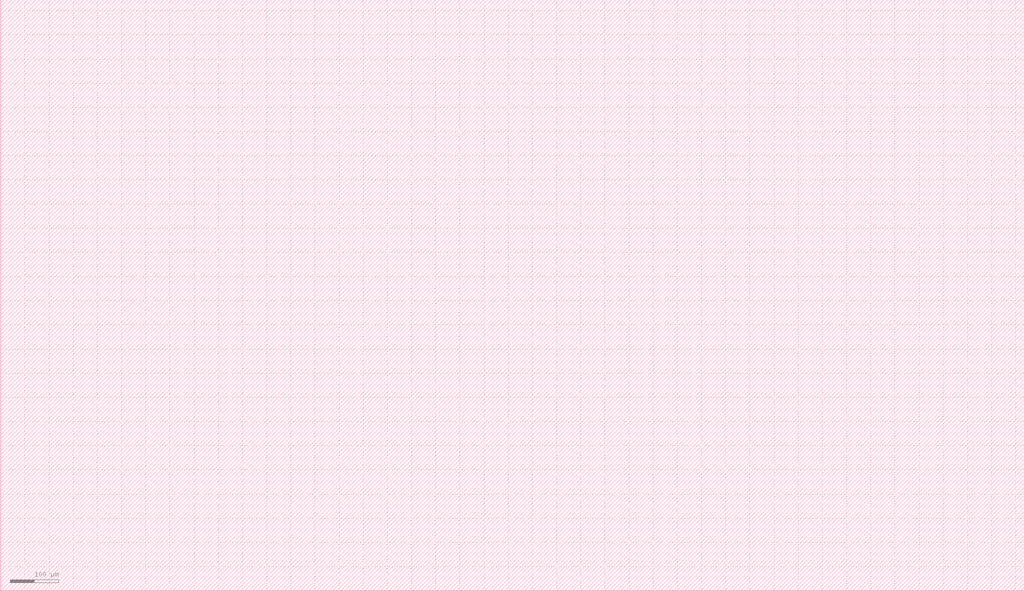
<source format=lef>
MACRO block_414x1962_350
   SIZE 157.32 BY 372.78 ;
END block_414x1962_350

MACRO block_341x369_76
   SIZE 129.58 BY 70.11 ;
END block_341x369_76

MACRO block_671x702_95
   SIZE 254.98 BY 133.38 ;
END block_671x702_95

MACRO block_197x171_32
   SIZE 74.86 BY 32.49 ;
END block_197x171_32

MACRO block_189x891_64
   SIZE 71.82 BY 169.29 ;
END block_189x891_64

MACRO block_189x414_32
   SIZE 71.82 BY 78.66 ;
END block_189x414_32

MACRO block_533x5436_977
   SIZE 202.54 BY 1032.84 ;
END block_533x5436_977

MACRO block_416x441_106
   SIZE 158.08 BY 83.79 ;
END block_416x441_106

MACRO block_5572x6435_643
   SIZE 2117.36 BY 1222.65 ;
END block_5572x6435_643

MACRO block_646x2664_73
   SIZE 245.48 BY 506.16 ;
END block_646x2664_73

MACRO block_3700x6435_640
   SIZE 1406.0 BY 1222.65 ;
END block_3700x6435_640

MACRO block_646x2664_74
   SIZE 245.48 BY 506.16 ;
END block_646x2664_74

MACRO block_2456x4212_423
   SIZE 933.28 BY 800.28 ;
END block_2456x4212_423

MACRO block_416x441_112
   SIZE 158.08 BY 83.79 ;
END block_416x441_112

MACRO block_414x2160_386
   SIZE 157.32 BY 410.4 ;
END block_414x2160_386

MACRO block_414x2160_386_1
   SIZE 157.32 BY 410.4 ;
END block_414x2160_386_1

MACRO block_1338x2592_114
   SIZE 508.44 BY 492.48 ;
END block_1338x2592_114

MACRO block_341x369_82
   SIZE 129.58 BY 70.11 ;
END block_341x369_82

MACRO block_779x2592_111
   SIZE 296.02 BY 492.48 ;
END block_779x2592_111

MACRO block_341x369_80
   SIZE 129.58 BY 70.11 ;
END block_341x369_80

MACRO block_535x648_127
   SIZE 203.3 BY 123.12 ;
END block_535x648_127

MACRO block_197x180_32
   SIZE 74.86 BY 34.2 ;
END block_197x180_32

MACRO block_535x648_127_1
   SIZE 203.3 BY 123.12 ;
END block_535x648_127_1

MACRO block_2305x2763_1381
   SIZE 875.9 BY 524.97 ;
END block_2305x2763_1381

MACRO block_336x333_86
   SIZE 127.68 BY 63.27 ;
END block_336x333_86

MACRO block_644x675_97
   SIZE 244.72 BY 128.25 ;
END block_644x675_97

MACRO block_607x549_108
   SIZE 230.66 BY 104.31 ;
END block_607x549_108

MACRO block_607x549_108_1
   SIZE 230.66 BY 104.31 ;
END block_607x549_108_1

MACRO block_535x549_99
   SIZE 203.3 BY 104.31 ;
END block_535x549_99

MACRO block_546x684_108
   SIZE 207.48 BY 129.96 ;
END block_546x684_108

MACRO block_575x315_26
   SIZE 218.5 BY 59.85 ;
END block_575x315_26

MACRO block_96x2439_162
   SIZE 36.48 BY 463.41 ;
END block_96x2439_162

MACRO block_96x1980_132
   SIZE 36.48 BY 376.2 ;
END block_96x1980_132

MACRO block_1338x3105_126
   SIZE 508.44 BY 589.95 ;
END block_1338x3105_126

MACRO block_341x360_82
   SIZE 129.58 BY 68.4 ;
END block_341x360_82

MACRO block_1338x1728_121
   SIZE 508.44 BY 328.32 ;
END block_1338x1728_121

MACRO block_341x369_78
   SIZE 129.58 BY 70.11 ;
END block_341x369_78

MACRO block_535x702_148
   SIZE 203.3 BY 133.38 ;
END block_535x702_148

MACRO block_535x693_148
   SIZE 203.3 BY 131.67 ;
END block_535x693_148

MACRO block_197x180_31
   SIZE 74.86 BY 34.2 ;
END block_197x180_31

MACRO block_2456x2844_180
   SIZE 933.28 BY 540.36 ;
END block_2456x2844_180

MACRO block_341x369_84
   SIZE 129.58 BY 70.11 ;
END block_341x369_84

MACRO block_1338x2844_177
   SIZE 508.44 BY 540.36 ;
END block_1338x2844_177

MACRO block_414x1035_170
   SIZE 157.32 BY 196.65 ;
END block_414x1035_170

MACRO block_341x369_68
   SIZE 129.58 BY 70.11 ;
END block_341x369_68

MACRO block_2456x5499_316
   SIZE 933.28 BY 1044.81 ;
END block_2456x5499_316

MACRO block_546x675_108
   SIZE 207.48 BY 128.25 ;
END block_546x675_108

MACRO block_416x432_112
   SIZE 158.08 BY 82.08 ;
END block_416x432_112

MACRO block_2456x2799_291
   SIZE 933.28 BY 531.81 ;
END block_2456x2799_291

MACRO block_414x1575_274
   SIZE 157.32 BY 299.25 ;
END block_414x1575_274

MACRO block_341x369_72
   SIZE 129.58 BY 70.11 ;
END block_341x369_72

MACRO block_189x648_48
   SIZE 71.82 BY 123.12 ;
END block_189x648_48

MACRO block_414x3861_682
   SIZE 157.32 BY 733.59 ;
END block_414x3861_682

MACRO block_416x441_104
   SIZE 158.08 BY 83.79 ;
END block_416x441_104

MACRO block_546x675_88
   SIZE 207.48 BY 128.25 ;
END block_546x675_88

MACRO block_1338x1728_90
   SIZE 508.44 BY 328.32 ;
END block_1338x1728_90

MACRO block_341x360_78
   SIZE 129.58 BY 68.4 ;
END block_341x360_78

MACRO block_535x549_99_1
   SIZE 203.3 BY 104.31 ;
END block_535x549_99_1

MACRO block_533x1251_217
   SIZE 202.54 BY 237.69 ;
END block_533x1251_217

MACRO block_341x369_74
   SIZE 129.58 BY 70.11 ;
END block_341x369_74

MACRO block_779x2160_225
   SIZE 296.02 BY 410.4 ;
END block_779x2160_225

MACRO block_1829x2160_231
   SIZE 695.02 BY 410.4 ;
END block_1829x2160_231

MACRO block_341x360_84
   SIZE 129.58 BY 68.4 ;
END block_341x360_84

MACRO block_1338x2583_268
   SIZE 508.44 BY 490.77 ;
END block_1338x2583_268

MACRO block_779x1467_260
   SIZE 296.02 BY 278.73 ;
END block_779x1467_260

MACRO block_533x1251_134
   SIZE 202.54 BY 237.69 ;
END block_533x1251_134

MACRO block_1338x1899_98
   SIZE 508.44 BY 360.81 ;
END block_1338x1899_98

MACRO block_546x675_72
   SIZE 207.48 BY 128.25 ;
END block_546x675_72

MACRO block_414x6183_1122
   SIZE 157.32 BY 1174.77 ;
END block_414x6183_1122

MACRO block_779x1107_192
   SIZE 296.02 BY 210.33 ;
END block_779x1107_192

MACRO block_546x675_107
   SIZE 207.48 BY 128.25 ;
END block_546x675_107

MACRO block_341x369_75
   SIZE 129.58 BY 70.11 ;
END block_341x369_75

MACRO block_414x3366_590
   SIZE 157.32 BY 639.54 ;
END block_414x3366_590

MACRO block_414x3438_602
   SIZE 157.32 BY 653.22 ;
END block_414x3438_602

MACRO block_533x1062_181
   SIZE 202.54 BY 201.78 ;
END block_533x1062_181

MACRO block_414x1071_178
   SIZE 157.32 BY 203.49 ;
END block_414x1071_178

MACRO block_126x1134_79
   SIZE 47.88 BY 215.46 ;
END block_126x1134_79

MACRO block_96x1134_78
   SIZE 36.48 BY 215.46 ;
END block_96x1134_78

MACRO block_96x1134_76
   SIZE 36.48 BY 215.46 ;
END block_96x1134_76

MACRO block_533x1062_181_1
   SIZE 202.54 BY 201.78 ;
END block_533x1062_181_1

MACRO block_414x1062_178
   SIZE 157.32 BY 201.78 ;
END block_414x1062_178

MACRO block_126x1134_78
   SIZE 47.88 BY 215.46 ;
END block_126x1134_78

MACRO block_533x1062_181_2
   SIZE 202.54 BY 201.78 ;
END block_533x1062_181_2

MACRO block_546x684_97
   SIZE 207.48 BY 129.96 ;
END block_546x684_97

MACRO block_2456x2763_176
   SIZE 933.28 BY 524.97 ;
END block_2456x2763_176

MACRO block_546x675_92
   SIZE 207.48 BY 128.25 ;
END block_546x675_92

MACRO block_414x1962_350_1
   SIZE 157.32 BY 372.78 ;
END block_414x1962_350_1

MACRO block_341x378_76
   SIZE 129.58 BY 71.82 ;
END block_341x378_76

MACRO block_414x1908_342
   SIZE 157.32 BY 362.52 ;
END block_414x1908_342

MACRO block_341x360_76
   SIZE 129.58 BY 68.4 ;
END block_341x360_76

MACRO block_546x684_98
   SIZE 207.48 BY 129.96 ;
END block_546x684_98

MACRO block_533x1296_225
   SIZE 202.54 BY 246.24 ;
END block_533x1296_225

MACRO block_533x1701_301
   SIZE 202.54 BY 323.19 ;
END block_533x1701_301

MACRO block_341x378_73
   SIZE 129.58 BY 71.82 ;
END block_341x378_73

MACRO block_414x1215_206
   SIZE 157.32 BY 230.85 ;
END block_414x1215_206

MACRO block_535x747_156
   SIZE 203.3 BY 141.93 ;
END block_535x747_156

MACRO block_197x171_33
   SIZE 74.86 BY 32.49 ;
END block_197x171_33

MACRO block_575x315_27
   SIZE 218.5 BY 59.85 ;
END block_575x315_27

MACRO block_779x2223_404
   SIZE 296.02 BY 422.37 ;
END block_779x2223_404

MACRO block_779x1701_304
   SIZE 296.02 BY 323.19 ;
END block_779x1701_304

MACRO block_779x1701_304_1
   SIZE 296.02 BY 323.19 ;
END block_779x1701_304_1

MACRO block_1004x2529_626
   SIZE 381.52 BY 480.51 ;
END block_1004x2529_626

MACRO block_546x675_103
   SIZE 207.48 BY 128.25 ;
END block_546x675_103

MACRO block_232x297_54
   SIZE 88.16 BY 56.43 ;
END block_232x297_54

MACRO block_414x1035_170_1
   SIZE 157.32 BY 196.65 ;
END block_414x1035_170_1

MACRO block_414x3672_646
   SIZE 157.32 BY 697.68 ;
END block_414x3672_646

MACRO block_416x441_103
   SIZE 158.08 BY 83.79 ;
END block_416x441_103

MACRO block_567x648_52
   SIZE 215.46 BY 123.12 ;
END block_567x648_52

MACRO block_567x648_53
   SIZE 215.46 BY 123.12 ;
END block_567x648_53

MACRO block_1829x4383_264
   SIZE 695.02 BY 832.77 ;
END block_1829x4383_264

MACRO block_416x441_111
   SIZE 158.08 BY 83.79 ;
END block_416x441_111

MACRO block_1829x4383_264_1
   SIZE 695.02 BY 832.77 ;
END block_1829x4383_264_1

MACRO block_1829x6012_340
   SIZE 695.02 BY 1142.28 ;
END block_1829x6012_340

MACRO block_546x675_109
   SIZE 207.48 BY 128.25 ;
END block_546x675_109

MACRO block_96x2466_164
   SIZE 36.48 BY 468.54 ;
END block_96x2466_164

MACRO block_323x801_40
   SIZE 122.74 BY 152.19 ;
END block_323x801_40

MACRO block_323x864_42
   SIZE 122.74 BY 164.16 ;
END block_323x864_42

MACRO block_73x72_14
   SIZE 27.74 BY 13.68 ;
END block_73x72_14

MACRO block_73x72_15
   SIZE 27.74 BY 13.68 ;
END block_73x72_15

END LIBRARY

</source>
